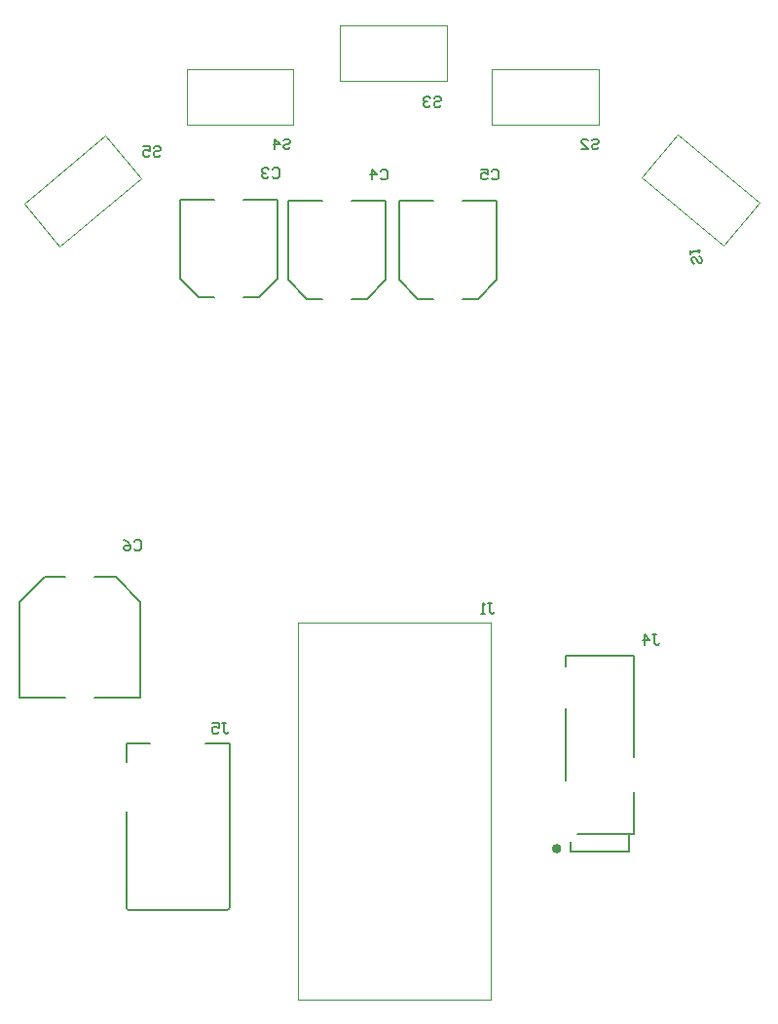
<source format=gbr>
%TF.GenerationSoftware,Altium Limited,Altium Designer,18.1.6 (161)*%
G04 Layer_Color=32896*
%FSLAX26Y26*%
%MOIN*%
%TF.FileFunction,Legend,Bot*%
%TF.Part,Single*%
G01*
G75*
%TA.AperFunction,NonConductor*%
%ADD47C,0.015748*%
%ADD48C,0.007874*%
%ADD49C,0.003000*%
%ADD50C,0.005000*%
%ADD51C,0.007000*%
D47*
X3719567Y1882126D02*
G03*
X3719567Y1882126I-7874J0D01*
G01*
D48*
X2237835Y1681685D02*
G03*
X2247678Y1671842I9843J0D01*
G01*
X2582322D02*
G03*
X2592165Y1681685I0J9843D01*
G01*
X1957953Y2811693D02*
X2030787D01*
X1873307Y2727047D02*
X1957953Y2811693D01*
X2202047D02*
X2286693Y2727047D01*
X2129213Y2811693D02*
X2202047D01*
X1873307Y2398307D02*
Y2727047D01*
Y2398307D02*
X2030787D01*
X2129213D02*
X2286693D01*
Y2727047D01*
X2422677Y3832146D02*
Y4102323D01*
X2539803D01*
X2640197D02*
X2757323D01*
Y3832146D02*
Y4102323D01*
X2487146Y3767677D02*
X2539803D01*
X2422677Y3832146D02*
X2487146Y3767677D01*
X2692854D02*
X2757323Y3832146D01*
X2640197Y3767677D02*
X2692854D01*
X2792677Y3827146D02*
Y4097323D01*
X2909803D01*
X3010197D02*
X3127323D01*
Y3827146D02*
Y4097323D01*
X2857146Y3762677D02*
X2909803D01*
X2792677Y3827146D02*
X2857146Y3762677D01*
X3062854D02*
X3127323Y3827146D01*
X3010197Y3762677D02*
X3062854D01*
X3172677Y3827146D02*
Y4097323D01*
X3289803D01*
X3390197D02*
X3507323D01*
Y3827146D02*
Y4097323D01*
X3237146Y3762677D02*
X3289803D01*
X3172677Y3827146D02*
X3237146Y3762677D01*
X3442854D02*
X3507323Y3827146D01*
X3390197Y3762677D02*
X3442854D01*
X2509488Y2242709D02*
X2592165D01*
X2237835Y2177756D02*
Y2242709D01*
Y1681685D02*
Y2008465D01*
Y2242709D02*
X2320512D01*
X2247678Y1671842D02*
X2582322D01*
X2592165Y1681685D02*
Y2242709D01*
D49*
X2825000Y2657000D02*
X3485000D01*
Y1367000D02*
Y2657000D01*
X2825000Y1367000D02*
X3485000D01*
X2825000D02*
Y2657000D01*
X2010056Y3942347D02*
X2289662Y4176965D01*
X2167532Y4322513D02*
X2289662Y4176965D01*
X1887926Y4087896D02*
X2167532Y4322513D01*
X1887926Y4087896D02*
X2010056Y3942347D01*
X2445000Y4360000D02*
Y4550000D01*
X2810000D01*
Y4360000D02*
Y4550000D01*
X2445000Y4360000D02*
X2810000D01*
X2969606Y4510000D02*
Y4700000D01*
X3334606D01*
Y4510000D02*
Y4700000D01*
X2969606Y4510000D02*
X3334606D01*
X3490000Y4360000D02*
Y4550000D01*
X3855000D01*
Y4360000D02*
Y4550000D01*
X3490000Y4360000D02*
X3855000D01*
X4003650Y4180179D02*
X4125779Y4325727D01*
X4405386Y4091110D01*
X4283256Y3945561D02*
X4405386Y4091110D01*
X4003650Y4180179D02*
X4283256Y3945561D01*
D50*
X3977441Y1931339D02*
Y2077008D01*
X3957756Y1931339D02*
X3977441D01*
X3782559D02*
X3957756D01*
Y1872284D02*
Y1931339D01*
X3760905Y1872284D02*
X3957756D01*
X3760905D02*
Y1903780D01*
X3741220Y2116378D02*
Y2360472D01*
Y2504173D02*
Y2541575D01*
X3977441Y2195118D02*
Y2541575D01*
X3741220D02*
X3977441D01*
D51*
X2264674Y2931323D02*
X2270506Y2937154D01*
X2282169D01*
X2288000Y2931323D01*
Y2907997D01*
X2282169Y2902165D01*
X2270506D01*
X2264674Y2907997D01*
X2229686Y2937154D02*
X2241348Y2931323D01*
X2253011Y2919660D01*
Y2907997D01*
X2247180Y2902165D01*
X2235517D01*
X2229686Y2907997D01*
Y2913828D01*
X2235517Y2919660D01*
X2253011D01*
X3487674Y4200157D02*
X3493506Y4205989D01*
X3505169D01*
X3511000Y4200157D01*
Y4176831D01*
X3505169Y4171000D01*
X3493506D01*
X3487674Y4176831D01*
X3452686Y4205989D02*
X3476011D01*
Y4188494D01*
X3464348Y4194326D01*
X3458517D01*
X3452686Y4188494D01*
Y4176831D01*
X3458517Y4171000D01*
X3470180D01*
X3476011Y4176831D01*
X3107674Y4200157D02*
X3113506Y4205989D01*
X3125169D01*
X3131000Y4200157D01*
Y4176831D01*
X3125169Y4171000D01*
X3113506D01*
X3107674Y4176831D01*
X3078517Y4171000D02*
Y4205989D01*
X3096011Y4188494D01*
X3072686D01*
X2737674Y4205157D02*
X2743506Y4210989D01*
X2755169D01*
X2761000Y4205157D01*
Y4181831D01*
X2755169Y4176000D01*
X2743506D01*
X2737674Y4181831D01*
X2726011Y4205157D02*
X2720180Y4210989D01*
X2708517D01*
X2702686Y4205157D01*
Y4199326D01*
X2708517Y4193494D01*
X2714348D01*
X2708517D01*
X2702686Y4187663D01*
Y4181831D01*
X2708517Y4176000D01*
X2720180D01*
X2726011Y4181831D01*
X2566674Y2311989D02*
X2578337D01*
X2572506D01*
Y2282831D01*
X2578337Y2277000D01*
X2584169D01*
X2590000Y2282831D01*
X2531686Y2311989D02*
X2555011D01*
Y2294494D01*
X2543348Y2300326D01*
X2537517D01*
X2531686Y2294494D01*
Y2282831D01*
X2537517Y2277000D01*
X2549180D01*
X2555011Y2282831D01*
X2331674Y4279157D02*
X2337506Y4284989D01*
X2349169D01*
X2355000Y4279157D01*
Y4273326D01*
X2349169Y4267494D01*
X2337506D01*
X2331674Y4261663D01*
Y4255831D01*
X2337506Y4250000D01*
X2349169D01*
X2355000Y4255831D01*
X2296686Y4284989D02*
X2320011D01*
Y4267494D01*
X2308348Y4273326D01*
X2302517D01*
X2296686Y4267494D01*
Y4255831D01*
X2302517Y4250000D01*
X2314180D01*
X2320011Y4255831D01*
X2776674Y4304157D02*
X2782506Y4309989D01*
X2794169D01*
X2800000Y4304157D01*
Y4298326D01*
X2794169Y4292494D01*
X2782506D01*
X2776674Y4286663D01*
Y4280831D01*
X2782506Y4275000D01*
X2794169D01*
X2800000Y4280831D01*
X2747517Y4275000D02*
Y4309989D01*
X2765011Y4292494D01*
X2741686D01*
X3291280Y4449157D02*
X3297112Y4454989D01*
X3308775D01*
X3314606Y4449157D01*
Y4443326D01*
X3308775Y4437494D01*
X3297112D01*
X3291280Y4431663D01*
Y4425831D01*
X3297112Y4420000D01*
X3308775D01*
X3314606Y4425831D01*
X3279617Y4449157D02*
X3273786Y4454989D01*
X3262123D01*
X3256292Y4449157D01*
Y4443326D01*
X3262123Y4437494D01*
X3267954D01*
X3262123D01*
X3256292Y4431663D01*
Y4425831D01*
X3262123Y4420000D01*
X3273786D01*
X3279617Y4425831D01*
X3831674Y4304157D02*
X3837506Y4309989D01*
X3849169D01*
X3855000Y4304157D01*
Y4298326D01*
X3849169Y4292494D01*
X3837506D01*
X3831674Y4286663D01*
Y4280831D01*
X3837506Y4275000D01*
X3849169D01*
X3855000Y4280831D01*
X3796686Y4275000D02*
X3820011D01*
X3796686Y4298326D01*
Y4304157D01*
X3802517Y4309989D01*
X3814180D01*
X3820011Y4304157D01*
X4200375Y3909939D02*
X4207131Y3905208D01*
X4209156Y3893722D01*
X4204425Y3886967D01*
X4198683Y3885954D01*
X4191927Y3890685D01*
X4189902Y3902170D01*
X4183146Y3906901D01*
X4177404Y3905888D01*
X4172673Y3899133D01*
X4174699Y3887647D01*
X4181454Y3882917D01*
X4169636Y3916361D02*
X4167610Y3927847D01*
X4168623Y3922104D01*
X4203080Y3928180D01*
X4198350Y3921424D01*
X4040674Y2613989D02*
X4052337D01*
X4046506D01*
Y2584831D01*
X4052337Y2579000D01*
X4058169D01*
X4064000Y2584831D01*
X4011517Y2579000D02*
Y2613989D01*
X4029011Y2596494D01*
X4005686D01*
X3476674Y2720989D02*
X3488337D01*
X3482506D01*
Y2691831D01*
X3488337Y2686000D01*
X3494169D01*
X3500000Y2691831D01*
X3465011Y2686000D02*
X3453348D01*
X3459180D01*
Y2720989D01*
X3465011Y2715157D01*
%TF.MD5,2f5480bf73321949327299c2bbe60fed*%
M02*

</source>
